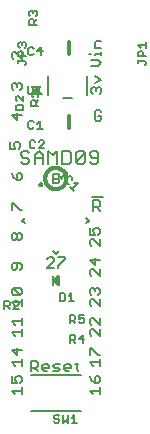
<source format=gbr>
G04 EAGLE Gerber RS-274X export*
G75*
%MOMM*%
%FSLAX34Y34*%
%LPD*%
%INSilkscreen Top*%
%IPPOS*%
%AMOC8*
5,1,8,0,0,1.08239X$1,22.5*%
G01*
%ADD10C,0.152400*%
%ADD11C,0.177800*%
%ADD12C,0.203200*%
%ADD13C,0.304800*%
%ADD14R,0.190500X0.889000*%
%ADD15R,0.889000X0.190500*%

G36*
X66062Y109732D02*
X66062Y109732D01*
X66079Y109730D01*
X66182Y109752D01*
X66287Y109770D01*
X66302Y109778D01*
X66320Y109782D01*
X66410Y109836D01*
X66504Y109886D01*
X66516Y109899D01*
X66531Y109908D01*
X66600Y109988D01*
X66672Y110065D01*
X66679Y110082D01*
X66691Y110095D01*
X66730Y110193D01*
X66774Y110289D01*
X66776Y110307D01*
X66783Y110323D01*
X66801Y110490D01*
X66801Y118110D01*
X66799Y118127D01*
X66800Y118142D01*
X66800Y118145D01*
X66779Y118249D01*
X66762Y118353D01*
X66753Y118368D01*
X66750Y118386D01*
X66696Y118477D01*
X66646Y118570D01*
X66634Y118582D01*
X66625Y118598D01*
X66545Y118667D01*
X66468Y118740D01*
X66452Y118747D01*
X66438Y118759D01*
X66341Y118799D01*
X66245Y118843D01*
X66227Y118845D01*
X66211Y118852D01*
X66105Y118859D01*
X66001Y118870D01*
X65983Y118866D01*
X65965Y118868D01*
X65863Y118840D01*
X65790Y118824D01*
X65787Y118824D01*
X65760Y118818D01*
X65745Y118809D01*
X65728Y118804D01*
X65583Y118719D01*
X60503Y114909D01*
X60500Y114906D01*
X60497Y114904D01*
X60415Y114817D01*
X60333Y114732D01*
X60331Y114728D01*
X60328Y114725D01*
X60278Y114616D01*
X60228Y114509D01*
X60228Y114505D01*
X60226Y114501D01*
X60213Y114383D01*
X60200Y114265D01*
X60200Y114261D01*
X60200Y114256D01*
X60226Y114140D01*
X60251Y114024D01*
X60253Y114020D01*
X60254Y114016D01*
X60315Y113914D01*
X60376Y113812D01*
X60379Y113809D01*
X60381Y113806D01*
X60503Y113691D01*
X65583Y109881D01*
X65599Y109873D01*
X65612Y109861D01*
X65708Y109816D01*
X65801Y109767D01*
X65819Y109764D01*
X65835Y109757D01*
X65940Y109745D01*
X66044Y109729D01*
X66062Y109732D01*
G37*
G36*
X50818Y272292D02*
X50818Y272292D01*
X50835Y272290D01*
X50939Y272311D01*
X51043Y272329D01*
X51058Y272337D01*
X51076Y272341D01*
X51167Y272394D01*
X51260Y272444D01*
X51272Y272456D01*
X51288Y272466D01*
X51357Y272545D01*
X51430Y272622D01*
X51437Y272638D01*
X51449Y272652D01*
X51489Y272749D01*
X51533Y272845D01*
X51535Y272863D01*
X51542Y272879D01*
X51549Y272985D01*
X51560Y273089D01*
X51556Y273107D01*
X51558Y273125D01*
X51530Y273227D01*
X51508Y273330D01*
X51499Y273345D01*
X51494Y273362D01*
X51409Y273507D01*
X47599Y278587D01*
X47596Y278590D01*
X47594Y278594D01*
X47507Y278675D01*
X47422Y278757D01*
X47418Y278759D01*
X47415Y278762D01*
X47306Y278812D01*
X47199Y278862D01*
X47195Y278862D01*
X47191Y278864D01*
X47073Y278877D01*
X46955Y278890D01*
X46951Y278890D01*
X46946Y278890D01*
X46830Y278864D01*
X46714Y278840D01*
X46710Y278837D01*
X46706Y278836D01*
X46604Y278775D01*
X46502Y278715D01*
X46499Y278711D01*
X46496Y278709D01*
X46381Y278587D01*
X42571Y273507D01*
X42563Y273491D01*
X42551Y273478D01*
X42506Y273382D01*
X42457Y273289D01*
X42454Y273271D01*
X42447Y273255D01*
X42435Y273150D01*
X42419Y273046D01*
X42422Y273028D01*
X42420Y273011D01*
X42442Y272908D01*
X42460Y272803D01*
X42468Y272788D01*
X42472Y272770D01*
X42526Y272680D01*
X42576Y272587D01*
X42589Y272574D01*
X42598Y272559D01*
X42678Y272490D01*
X42755Y272418D01*
X42772Y272411D01*
X42785Y272399D01*
X42883Y272360D01*
X42979Y272316D01*
X42997Y272314D01*
X43013Y272307D01*
X43180Y272289D01*
X50800Y272289D01*
X50818Y272292D01*
G37*
D10*
X34798Y254406D02*
X26155Y254406D01*
X30476Y250084D01*
X30476Y255847D01*
X27595Y275484D02*
X26155Y276925D01*
X26155Y279806D01*
X27595Y281247D01*
X29036Y281247D01*
X30476Y279806D01*
X30476Y278366D01*
X30476Y279806D02*
X31917Y281247D01*
X33357Y281247D01*
X34798Y279806D01*
X34798Y276925D01*
X33357Y275484D01*
X34798Y302154D02*
X34798Y307917D01*
X29036Y307917D02*
X34798Y302154D01*
X29036Y307917D02*
X27595Y307917D01*
X26155Y306476D01*
X26155Y303595D01*
X27595Y302154D01*
X24885Y231717D02*
X24885Y225954D01*
X29206Y225954D01*
X27766Y228836D01*
X27766Y230276D01*
X29206Y231717D01*
X32087Y231717D01*
X33528Y230276D01*
X33528Y227395D01*
X32087Y225954D01*
X26155Y205047D02*
X27595Y202166D01*
X30476Y199284D01*
X33357Y199284D01*
X34798Y200725D01*
X34798Y203606D01*
X33357Y205047D01*
X31917Y205047D01*
X30476Y203606D01*
X30476Y199284D01*
X26155Y179647D02*
X26155Y173884D01*
X26155Y179647D02*
X27595Y179647D01*
X33357Y173884D01*
X34798Y173884D01*
X26155Y149925D02*
X27595Y148484D01*
X26155Y149925D02*
X26155Y152806D01*
X27595Y154247D01*
X29036Y154247D01*
X30476Y152806D01*
X31917Y154247D01*
X33357Y154247D01*
X34798Y152806D01*
X34798Y149925D01*
X33357Y148484D01*
X31917Y148484D01*
X30476Y149925D01*
X29036Y148484D01*
X27595Y148484D01*
X30476Y149925D02*
X30476Y152806D01*
X34798Y124525D02*
X33357Y123084D01*
X34798Y124525D02*
X34798Y127406D01*
X33357Y128847D01*
X27595Y128847D01*
X26155Y127406D01*
X26155Y124525D01*
X27595Y123084D01*
X29036Y123084D01*
X30476Y124525D01*
X30476Y128847D01*
X26155Y95888D02*
X29036Y93007D01*
X26155Y95888D02*
X34798Y95888D01*
X34798Y93007D02*
X34798Y98769D01*
X33357Y102362D02*
X27595Y102362D01*
X26155Y103803D01*
X26155Y106684D01*
X27595Y108124D01*
X33357Y108124D01*
X34798Y106684D01*
X34798Y103803D01*
X33357Y102362D01*
X27595Y108124D01*
X26155Y70488D02*
X29036Y67607D01*
X26155Y70488D02*
X34798Y70488D01*
X34798Y67607D02*
X34798Y73369D01*
X29036Y76962D02*
X26155Y79843D01*
X34798Y79843D01*
X34798Y76962D02*
X34798Y82724D01*
X26155Y45088D02*
X29036Y42207D01*
X26155Y45088D02*
X34798Y45088D01*
X34798Y42207D02*
X34798Y47969D01*
X34798Y55884D02*
X26155Y55884D01*
X30476Y51562D01*
X30476Y57324D01*
X26155Y20958D02*
X29036Y18077D01*
X26155Y20958D02*
X34798Y20958D01*
X34798Y18077D02*
X34798Y23839D01*
X26155Y27432D02*
X26155Y33194D01*
X26155Y27432D02*
X30476Y27432D01*
X29036Y30313D01*
X29036Y31754D01*
X30476Y33194D01*
X33357Y33194D01*
X34798Y31754D01*
X34798Y28873D01*
X33357Y27432D01*
X92195Y20958D02*
X95076Y18077D01*
X92195Y20958D02*
X100838Y20958D01*
X100838Y18077D02*
X100838Y23839D01*
X93635Y30313D02*
X92195Y33194D01*
X93635Y30313D02*
X96516Y27432D01*
X99397Y27432D01*
X100838Y28873D01*
X100838Y31754D01*
X99397Y33194D01*
X97957Y33194D01*
X96516Y31754D01*
X96516Y27432D01*
X95076Y42207D02*
X92195Y45088D01*
X100838Y45088D01*
X100838Y42207D02*
X100838Y47969D01*
X92195Y51562D02*
X92195Y57324D01*
X93635Y57324D01*
X99397Y51562D01*
X100838Y51562D01*
X100838Y67607D02*
X100838Y73369D01*
X100838Y67607D02*
X95076Y73369D01*
X93635Y73369D01*
X92195Y71929D01*
X92195Y69047D01*
X93635Y67607D01*
X100838Y76962D02*
X100838Y82724D01*
X100838Y76962D02*
X95076Y82724D01*
X93635Y82724D01*
X92195Y81284D01*
X92195Y78403D01*
X93635Y76962D01*
X100838Y93007D02*
X100838Y98769D01*
X100838Y93007D02*
X95076Y98769D01*
X93635Y98769D01*
X92195Y97329D01*
X92195Y94447D01*
X93635Y93007D01*
X93635Y102362D02*
X92195Y103803D01*
X92195Y106684D01*
X93635Y108124D01*
X95076Y108124D01*
X96516Y106684D01*
X96516Y105243D01*
X96516Y106684D02*
X97957Y108124D01*
X99397Y108124D01*
X100838Y106684D01*
X100838Y103803D01*
X99397Y102362D01*
X100838Y118407D02*
X100838Y124169D01*
X100838Y118407D02*
X95076Y124169D01*
X93635Y124169D01*
X92195Y122729D01*
X92195Y119847D01*
X93635Y118407D01*
X92195Y132084D02*
X100838Y132084D01*
X96516Y127762D02*
X92195Y132084D01*
X96516Y133524D02*
X96516Y127762D01*
X100838Y143807D02*
X100838Y149569D01*
X100838Y143807D02*
X95076Y149569D01*
X93635Y149569D01*
X92195Y148129D01*
X92195Y145247D01*
X93635Y143807D01*
X92195Y153162D02*
X92195Y158924D01*
X92195Y153162D02*
X96516Y153162D01*
X95076Y156043D01*
X95076Y157484D01*
X96516Y158924D01*
X99397Y158924D01*
X100838Y157484D01*
X100838Y154603D01*
X99397Y153162D01*
X103738Y185166D02*
X94382Y185166D01*
X95144Y182125D02*
X95144Y173482D01*
X95144Y182125D02*
X99466Y182125D01*
X100907Y180685D01*
X100907Y177804D01*
X99466Y176363D01*
X95144Y176363D01*
X98026Y176363D02*
X100907Y173482D01*
X102177Y256885D02*
X100736Y258325D01*
X97855Y258325D01*
X96414Y256885D01*
X96414Y251123D01*
X97855Y249682D01*
X100736Y249682D01*
X102177Y251123D01*
X102177Y254004D01*
X99296Y254004D01*
X94905Y272077D02*
X93465Y273517D01*
X93465Y276399D01*
X94905Y277839D01*
X96346Y277839D01*
X97786Y276399D01*
X97786Y274958D01*
X97786Y276399D02*
X99227Y277839D01*
X100667Y277839D01*
X102108Y276399D01*
X102108Y273517D01*
X100667Y272077D01*
X96346Y281432D02*
X102108Y284313D01*
X96346Y287194D01*
X93465Y295628D02*
X99227Y295628D01*
X102108Y298510D01*
X99227Y301391D01*
X93465Y301391D01*
X96346Y304984D02*
X96346Y306424D01*
X102108Y306424D01*
X102108Y304984D02*
X102108Y307865D01*
X93465Y306424D02*
X92024Y306424D01*
X96346Y311220D02*
X102108Y311220D01*
X96346Y311220D02*
X96346Y315542D01*
X97786Y316983D01*
X102108Y316983D01*
X42433Y46235D02*
X42433Y37592D01*
X42433Y46235D02*
X46755Y46235D01*
X48195Y44795D01*
X48195Y41914D01*
X46755Y40473D01*
X42433Y40473D01*
X45314Y40473D02*
X48195Y37592D01*
X53229Y37592D02*
X56110Y37592D01*
X53229Y37592D02*
X51788Y39033D01*
X51788Y41914D01*
X53229Y43354D01*
X56110Y43354D01*
X57551Y41914D01*
X57551Y40473D01*
X51788Y40473D01*
X61144Y37592D02*
X65465Y37592D01*
X66906Y39033D01*
X65465Y40473D01*
X62584Y40473D01*
X61144Y41914D01*
X62584Y43354D01*
X66906Y43354D01*
X71939Y37592D02*
X74820Y37592D01*
X71939Y37592D02*
X70499Y39033D01*
X70499Y41914D01*
X71939Y43354D01*
X74820Y43354D01*
X76261Y41914D01*
X76261Y40473D01*
X70499Y40473D01*
X81295Y39033D02*
X81295Y44795D01*
X81295Y39033D02*
X82735Y37592D01*
X82735Y43354D02*
X79854Y43354D01*
X61939Y125222D02*
X56177Y125222D01*
X61939Y130984D01*
X61939Y132425D01*
X60499Y133865D01*
X57617Y133865D01*
X56177Y132425D01*
X65532Y133865D02*
X71294Y133865D01*
X71294Y132425D01*
X65532Y126663D01*
X65532Y125222D01*
D11*
X41197Y222088D02*
X39375Y223910D01*
X35731Y223910D01*
X33909Y222088D01*
X33909Y220267D01*
X35731Y218445D01*
X39375Y218445D01*
X41197Y216623D01*
X41197Y214801D01*
X39375Y212979D01*
X35731Y212979D01*
X33909Y214801D01*
X45603Y212979D02*
X45603Y220267D01*
X49247Y223910D01*
X52891Y220267D01*
X52891Y212979D01*
X52891Y218445D02*
X45603Y218445D01*
X57297Y223910D02*
X57297Y212979D01*
X60941Y220267D02*
X57297Y223910D01*
X60941Y220267D02*
X64584Y223910D01*
X64584Y212979D01*
X68991Y212979D02*
X68991Y223910D01*
X68991Y212979D02*
X74457Y212979D01*
X76278Y214801D01*
X76278Y222088D01*
X74457Y223910D01*
X68991Y223910D01*
X80685Y222088D02*
X80685Y214801D01*
X80685Y222088D02*
X82507Y223910D01*
X86151Y223910D01*
X87972Y222088D01*
X87972Y214801D01*
X86151Y212979D01*
X82507Y212979D01*
X80685Y214801D01*
X87972Y222088D01*
X92379Y214801D02*
X94201Y212979D01*
X97845Y212979D01*
X99666Y214801D01*
X99666Y222088D01*
X97845Y223910D01*
X94201Y223910D01*
X92379Y222088D01*
X92379Y220267D01*
X94201Y218445D01*
X99666Y218445D01*
D12*
X61025Y139291D02*
X63500Y136816D01*
X65975Y139291D01*
X37691Y162625D02*
X35216Y165100D01*
X37691Y167575D01*
X89309Y162625D02*
X91784Y165100D01*
X89309Y167575D01*
X65975Y190909D02*
X61025Y190909D01*
X49658Y195633D02*
X49660Y195704D01*
X49666Y195775D01*
X49676Y195846D01*
X49690Y195916D01*
X49708Y195985D01*
X49729Y196052D01*
X49755Y196119D01*
X49784Y196184D01*
X49816Y196247D01*
X49853Y196309D01*
X49892Y196368D01*
X49935Y196425D01*
X49981Y196479D01*
X50030Y196531D01*
X50082Y196580D01*
X50136Y196626D01*
X50193Y196669D01*
X50252Y196708D01*
X50314Y196745D01*
X50377Y196777D01*
X50442Y196806D01*
X50509Y196832D01*
X50576Y196853D01*
X50645Y196871D01*
X50715Y196885D01*
X50786Y196895D01*
X50857Y196901D01*
X50928Y196903D01*
X50999Y196901D01*
X51070Y196895D01*
X51141Y196885D01*
X51211Y196871D01*
X51280Y196853D01*
X51347Y196832D01*
X51414Y196806D01*
X51479Y196777D01*
X51542Y196745D01*
X51604Y196708D01*
X51663Y196669D01*
X51720Y196626D01*
X51774Y196580D01*
X51826Y196531D01*
X51875Y196479D01*
X51921Y196425D01*
X51964Y196368D01*
X52003Y196309D01*
X52040Y196247D01*
X52072Y196184D01*
X52101Y196119D01*
X52127Y196052D01*
X52148Y195985D01*
X52166Y195916D01*
X52180Y195846D01*
X52190Y195775D01*
X52196Y195704D01*
X52198Y195633D01*
X52196Y195562D01*
X52190Y195491D01*
X52180Y195420D01*
X52166Y195350D01*
X52148Y195281D01*
X52127Y195214D01*
X52101Y195147D01*
X52072Y195082D01*
X52040Y195019D01*
X52003Y194957D01*
X51964Y194898D01*
X51921Y194841D01*
X51875Y194787D01*
X51826Y194735D01*
X51774Y194686D01*
X51720Y194640D01*
X51663Y194597D01*
X51604Y194558D01*
X51542Y194521D01*
X51479Y194489D01*
X51414Y194460D01*
X51347Y194434D01*
X51280Y194413D01*
X51211Y194395D01*
X51141Y194381D01*
X51070Y194371D01*
X50999Y194365D01*
X50928Y194363D01*
X50857Y194365D01*
X50786Y194371D01*
X50715Y194381D01*
X50645Y194395D01*
X50576Y194413D01*
X50509Y194434D01*
X50442Y194460D01*
X50377Y194489D01*
X50314Y194521D01*
X50252Y194558D01*
X50193Y194597D01*
X50136Y194640D01*
X50082Y194686D01*
X50030Y194735D01*
X49981Y194787D01*
X49935Y194841D01*
X49892Y194898D01*
X49853Y194957D01*
X49816Y195019D01*
X49784Y195082D01*
X49755Y195147D01*
X49729Y195214D01*
X49708Y195281D01*
X49690Y195350D01*
X49676Y195420D01*
X49666Y195491D01*
X49660Y195562D01*
X49658Y195633D01*
D10*
X67052Y202223D02*
X68610Y200665D01*
X67831Y201444D02*
X72505Y206118D01*
X71726Y206897D02*
X73284Y205339D01*
X77591Y201032D02*
X77591Y199474D01*
X77591Y201032D02*
X76033Y202590D01*
X74475Y202590D01*
X71359Y199474D01*
X71359Y197916D01*
X72917Y196358D01*
X74475Y196358D01*
X78988Y196519D02*
X82104Y196519D01*
X77431Y191845D01*
X78988Y190287D02*
X75873Y193403D01*
D12*
X90160Y271400D02*
X90160Y287400D01*
X57160Y287400D02*
X57160Y271400D01*
X69660Y268900D02*
X77660Y268900D01*
D10*
X39674Y273136D02*
X39674Y278644D01*
X39674Y273136D02*
X40775Y272034D01*
X42979Y272034D01*
X44080Y273136D01*
X44080Y278644D01*
X47158Y276440D02*
X49361Y278644D01*
X49361Y272034D01*
X47158Y272034D02*
X51564Y272034D01*
D13*
X74930Y254000D02*
X74930Y243840D01*
D10*
X44810Y248332D02*
X43709Y249434D01*
X41505Y249434D01*
X40404Y248332D01*
X40404Y243926D01*
X41505Y242824D01*
X43709Y242824D01*
X44810Y243926D01*
X47888Y247230D02*
X50091Y249434D01*
X50091Y242824D01*
X47888Y242824D02*
X52294Y242824D01*
X44979Y232924D02*
X46080Y231822D01*
X44979Y232924D02*
X42775Y232924D01*
X41674Y231822D01*
X41674Y227416D01*
X42775Y226314D01*
X44979Y226314D01*
X46080Y227416D01*
X49158Y226314D02*
X53564Y226314D01*
X49158Y226314D02*
X53564Y230720D01*
X53564Y231822D01*
X52463Y232924D01*
X50259Y232924D01*
X49158Y231822D01*
D13*
X74930Y306070D02*
X74930Y316230D01*
D10*
X44810Y310562D02*
X43709Y311664D01*
X41505Y311664D01*
X40404Y310562D01*
X40404Y306156D01*
X41505Y305054D01*
X43709Y305054D01*
X44810Y306156D01*
X51193Y305054D02*
X51193Y311664D01*
X47888Y308359D01*
X52294Y308359D01*
D12*
X42500Y3796D02*
X84500Y3796D01*
X84500Y34304D02*
X42500Y34304D01*
D10*
X65434Y514D02*
X66536Y-588D01*
X65434Y514D02*
X63231Y514D01*
X62130Y-588D01*
X62130Y-1690D01*
X63231Y-2791D01*
X65434Y-2791D01*
X66536Y-3893D01*
X66536Y-4994D01*
X65434Y-6096D01*
X63231Y-6096D01*
X62130Y-4994D01*
X69614Y-6096D02*
X69614Y514D01*
X71817Y-3893D02*
X69614Y-6096D01*
X71817Y-3893D02*
X74020Y-6096D01*
X74020Y514D01*
X77098Y-1690D02*
X79301Y514D01*
X79301Y-6096D01*
X77098Y-6096D02*
X81504Y-6096D01*
X48768Y262382D02*
X42158Y262382D01*
X42158Y265687D01*
X43260Y266788D01*
X45463Y266788D01*
X46565Y265687D01*
X46565Y262382D01*
X46565Y264585D02*
X48768Y266788D01*
X44362Y269866D02*
X42158Y272069D01*
X48768Y272069D01*
X48768Y269866D02*
X48768Y274273D01*
X37252Y296572D02*
X38354Y297673D01*
X38354Y298775D01*
X37252Y299876D01*
X31744Y299876D01*
X31744Y298775D02*
X31744Y300978D01*
X31744Y304056D02*
X38354Y304056D01*
X31744Y304056D02*
X31744Y307361D01*
X32846Y308462D01*
X35049Y308462D01*
X36151Y307361D01*
X36151Y304056D01*
X32846Y311540D02*
X31744Y312641D01*
X31744Y314845D01*
X32846Y315946D01*
X33948Y315946D01*
X35049Y314845D01*
X35049Y313743D01*
X35049Y314845D02*
X36151Y315946D01*
X37252Y315946D01*
X38354Y314845D01*
X38354Y312641D01*
X37252Y311540D01*
X138852Y296572D02*
X139954Y297673D01*
X139954Y298775D01*
X138852Y299876D01*
X133344Y299876D01*
X133344Y298775D02*
X133344Y300978D01*
X133344Y304056D02*
X139954Y304056D01*
X133344Y304056D02*
X133344Y307361D01*
X134446Y308462D01*
X136649Y308462D01*
X137751Y307361D01*
X137751Y304056D01*
X135548Y311540D02*
X133344Y313743D01*
X139954Y313743D01*
X139954Y311540D02*
X139954Y315946D01*
D14*
X61143Y114300D03*
D10*
X67074Y103384D02*
X67074Y96774D01*
X70379Y96774D01*
X71480Y97876D01*
X71480Y102282D01*
X70379Y103384D01*
X67074Y103384D01*
X74558Y101180D02*
X76761Y103384D01*
X76761Y96774D01*
X74558Y96774D02*
X78964Y96774D01*
D15*
X46990Y277948D03*
D10*
X36068Y258572D02*
X29458Y258572D01*
X36068Y258572D02*
X36068Y261877D01*
X34966Y262978D01*
X30560Y262978D01*
X29458Y261877D01*
X29458Y258572D01*
X36068Y266056D02*
X36068Y270463D01*
X31662Y270463D02*
X36068Y266056D01*
X31662Y270463D02*
X30560Y270463D01*
X29458Y269361D01*
X29458Y267158D01*
X30560Y266056D01*
X20084Y97034D02*
X20084Y90424D01*
X20084Y97034D02*
X23389Y97034D01*
X24490Y95932D01*
X24490Y93729D01*
X23389Y92627D01*
X20084Y92627D01*
X22287Y92627D02*
X24490Y90424D01*
X27568Y90424D02*
X31974Y90424D01*
X27568Y90424D02*
X31974Y94830D01*
X31974Y95932D01*
X30873Y97034D01*
X28669Y97034D01*
X27568Y95932D01*
X40888Y330962D02*
X47498Y330962D01*
X40888Y330962D02*
X40888Y334267D01*
X41990Y335368D01*
X44193Y335368D01*
X45295Y334267D01*
X45295Y330962D01*
X45295Y333165D02*
X47498Y335368D01*
X41990Y338446D02*
X40888Y339548D01*
X40888Y341751D01*
X41990Y342853D01*
X43092Y342853D01*
X44193Y341751D01*
X44193Y340649D01*
X44193Y341751D02*
X45295Y342853D01*
X46396Y342853D01*
X47498Y341751D01*
X47498Y339548D01*
X46396Y338446D01*
X75692Y68332D02*
X75692Y61722D01*
X75692Y68332D02*
X78997Y68332D01*
X80098Y67230D01*
X80098Y65027D01*
X78997Y63925D01*
X75692Y63925D01*
X77895Y63925D02*
X80098Y61722D01*
X86481Y61722D02*
X86481Y68332D01*
X83176Y65027D01*
X87583Y65027D01*
X75692Y78232D02*
X75692Y84842D01*
X78997Y84842D01*
X80098Y83740D01*
X80098Y81537D01*
X78997Y80435D01*
X75692Y80435D01*
X77895Y80435D02*
X80098Y78232D01*
X83176Y84842D02*
X87583Y84842D01*
X83176Y84842D02*
X83176Y81537D01*
X85379Y82638D01*
X86481Y82638D01*
X87583Y81537D01*
X87583Y79334D01*
X86481Y78232D01*
X84278Y78232D01*
X83176Y79334D01*
D13*
X54520Y200660D02*
X54523Y200880D01*
X54531Y201101D01*
X54544Y201321D01*
X54563Y201540D01*
X54588Y201759D01*
X54617Y201978D01*
X54652Y202195D01*
X54693Y202412D01*
X54738Y202628D01*
X54789Y202842D01*
X54845Y203055D01*
X54907Y203267D01*
X54973Y203477D01*
X55045Y203685D01*
X55122Y203892D01*
X55204Y204096D01*
X55290Y204299D01*
X55382Y204499D01*
X55479Y204698D01*
X55580Y204893D01*
X55687Y205086D01*
X55798Y205277D01*
X55913Y205464D01*
X56033Y205649D01*
X56158Y205831D01*
X56287Y206009D01*
X56421Y206185D01*
X56558Y206357D01*
X56700Y206525D01*
X56846Y206691D01*
X56996Y206852D01*
X57150Y207010D01*
X57308Y207164D01*
X57469Y207314D01*
X57635Y207460D01*
X57803Y207602D01*
X57975Y207739D01*
X58151Y207873D01*
X58329Y208002D01*
X58511Y208127D01*
X58696Y208247D01*
X58883Y208362D01*
X59074Y208473D01*
X59267Y208580D01*
X59462Y208681D01*
X59661Y208778D01*
X59861Y208870D01*
X60064Y208956D01*
X60268Y209038D01*
X60475Y209115D01*
X60683Y209187D01*
X60893Y209253D01*
X61105Y209315D01*
X61318Y209371D01*
X61532Y209422D01*
X61748Y209467D01*
X61965Y209508D01*
X62182Y209543D01*
X62401Y209572D01*
X62620Y209597D01*
X62839Y209616D01*
X63059Y209629D01*
X63280Y209637D01*
X63500Y209640D01*
X63720Y209637D01*
X63941Y209629D01*
X64161Y209616D01*
X64380Y209597D01*
X64599Y209572D01*
X64818Y209543D01*
X65035Y209508D01*
X65252Y209467D01*
X65468Y209422D01*
X65682Y209371D01*
X65895Y209315D01*
X66107Y209253D01*
X66317Y209187D01*
X66525Y209115D01*
X66732Y209038D01*
X66936Y208956D01*
X67139Y208870D01*
X67339Y208778D01*
X67538Y208681D01*
X67733Y208580D01*
X67926Y208473D01*
X68117Y208362D01*
X68304Y208247D01*
X68489Y208127D01*
X68671Y208002D01*
X68849Y207873D01*
X69025Y207739D01*
X69197Y207602D01*
X69365Y207460D01*
X69531Y207314D01*
X69692Y207164D01*
X69850Y207010D01*
X70004Y206852D01*
X70154Y206691D01*
X70300Y206525D01*
X70442Y206357D01*
X70579Y206185D01*
X70713Y206009D01*
X70842Y205831D01*
X70967Y205649D01*
X71087Y205464D01*
X71202Y205277D01*
X71313Y205086D01*
X71420Y204893D01*
X71521Y204698D01*
X71618Y204499D01*
X71710Y204299D01*
X71796Y204096D01*
X71878Y203892D01*
X71955Y203685D01*
X72027Y203477D01*
X72093Y203267D01*
X72155Y203055D01*
X72211Y202842D01*
X72262Y202628D01*
X72307Y202412D01*
X72348Y202195D01*
X72383Y201978D01*
X72412Y201759D01*
X72437Y201540D01*
X72456Y201321D01*
X72469Y201101D01*
X72477Y200880D01*
X72480Y200660D01*
X72477Y200440D01*
X72469Y200219D01*
X72456Y199999D01*
X72437Y199780D01*
X72412Y199561D01*
X72383Y199342D01*
X72348Y199125D01*
X72307Y198908D01*
X72262Y198692D01*
X72211Y198478D01*
X72155Y198265D01*
X72093Y198053D01*
X72027Y197843D01*
X71955Y197635D01*
X71878Y197428D01*
X71796Y197224D01*
X71710Y197021D01*
X71618Y196821D01*
X71521Y196622D01*
X71420Y196427D01*
X71313Y196234D01*
X71202Y196043D01*
X71087Y195856D01*
X70967Y195671D01*
X70842Y195489D01*
X70713Y195311D01*
X70579Y195135D01*
X70442Y194963D01*
X70300Y194795D01*
X70154Y194629D01*
X70004Y194468D01*
X69850Y194310D01*
X69692Y194156D01*
X69531Y194006D01*
X69365Y193860D01*
X69197Y193718D01*
X69025Y193581D01*
X68849Y193447D01*
X68671Y193318D01*
X68489Y193193D01*
X68304Y193073D01*
X68117Y192958D01*
X67926Y192847D01*
X67733Y192740D01*
X67538Y192639D01*
X67339Y192542D01*
X67139Y192450D01*
X66936Y192364D01*
X66732Y192282D01*
X66525Y192205D01*
X66317Y192133D01*
X66107Y192067D01*
X65895Y192005D01*
X65682Y191949D01*
X65468Y191898D01*
X65252Y191853D01*
X65035Y191812D01*
X64818Y191777D01*
X64599Y191748D01*
X64380Y191723D01*
X64161Y191704D01*
X63941Y191691D01*
X63720Y191683D01*
X63500Y191680D01*
X63280Y191683D01*
X63059Y191691D01*
X62839Y191704D01*
X62620Y191723D01*
X62401Y191748D01*
X62182Y191777D01*
X61965Y191812D01*
X61748Y191853D01*
X61532Y191898D01*
X61318Y191949D01*
X61105Y192005D01*
X60893Y192067D01*
X60683Y192133D01*
X60475Y192205D01*
X60268Y192282D01*
X60064Y192364D01*
X59861Y192450D01*
X59661Y192542D01*
X59462Y192639D01*
X59267Y192740D01*
X59074Y192847D01*
X58883Y192958D01*
X58696Y193073D01*
X58511Y193193D01*
X58329Y193318D01*
X58151Y193447D01*
X57975Y193581D01*
X57803Y193718D01*
X57635Y193860D01*
X57469Y194006D01*
X57308Y194156D01*
X57150Y194310D01*
X56996Y194468D01*
X56846Y194629D01*
X56700Y194795D01*
X56558Y194963D01*
X56421Y195135D01*
X56287Y195311D01*
X56158Y195489D01*
X56033Y195671D01*
X55913Y195856D01*
X55798Y196043D01*
X55687Y196234D01*
X55580Y196427D01*
X55479Y196622D01*
X55382Y196821D01*
X55290Y197021D01*
X55204Y197224D01*
X55122Y197428D01*
X55045Y197635D01*
X54973Y197843D01*
X54907Y198053D01*
X54845Y198265D01*
X54789Y198478D01*
X54738Y198692D01*
X54693Y198908D01*
X54652Y199125D01*
X54617Y199342D01*
X54588Y199561D01*
X54563Y199780D01*
X54544Y199999D01*
X54531Y200219D01*
X54523Y200440D01*
X54520Y200660D01*
D12*
X60960Y196596D02*
X60960Y204731D01*
X65027Y204731D01*
X66383Y203375D01*
X66383Y202019D01*
X65027Y200663D01*
X66383Y199308D01*
X66383Y197952D01*
X65027Y196596D01*
X60960Y196596D01*
X60960Y200663D02*
X65027Y200663D01*
M02*

</source>
